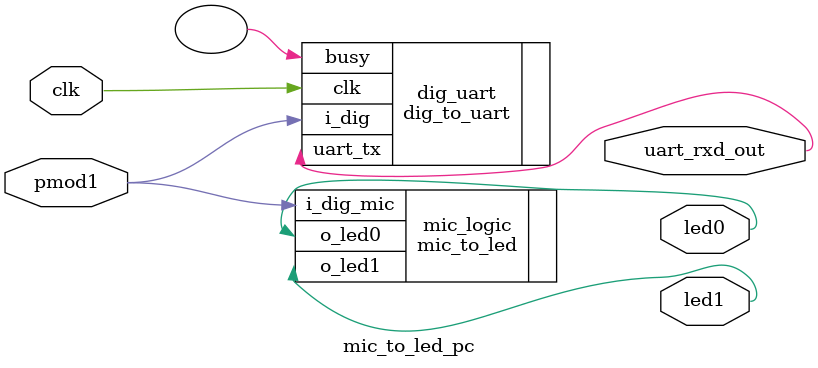
<source format=v>
module mic_to_led_pc (
    input clk,         // 12 MHz clock
    input pmod1,       // Digital mic input        // XADC analog - input (vauxn4)
    output led0,       // LED driven from digital mic
    output led1,
    output uart_rxd_out  // UART TX to PC (FPGA TX → PC RX)
);


    // === Digital mic to LED module ===
    mic_to_led mic_logic (
        .i_dig_mic(pmod1),
        .o_led0(led0),
        .o_led1(led1)
    );

    // === ADC-to-UART transmitter (with sync byte) ===
    dig_to_uart dig_uart (
        .clk(clk),
        .i_dig(pmod1),
        .uart_tx(uart_rxd_out),
        .busy()
    );

endmodule

</source>
